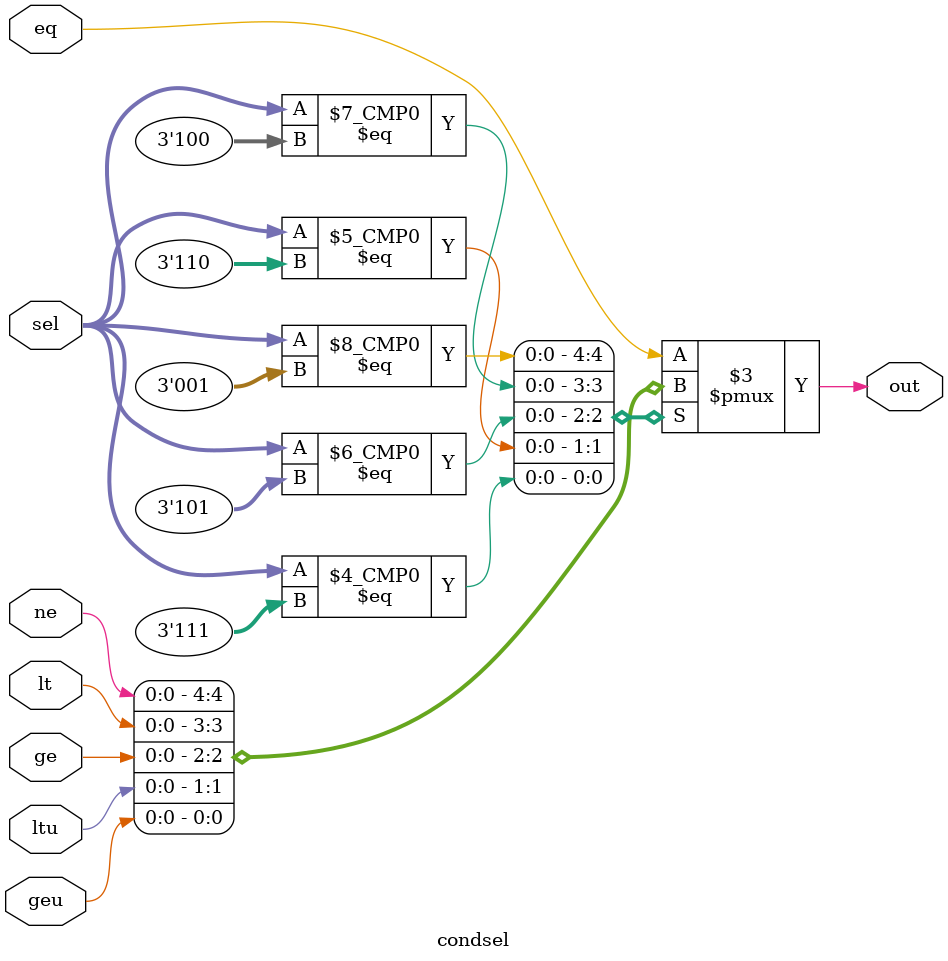
<source format=v>
module condsel(
	eq,
	ne,
	lt,
	ge,
	ltu,
	geu,
	sel,
	out
);
//input
input wire [2:0] sel;
input wire eq;
input wire ne;
input wire lt;
input wire ge;
input wire ltu;
input wire geu;

//out
output reg out;

always @* begin
	case(sel)
		3'b000: //beq
			begin
			out = eq;
			end
		3'b001: //bne
			begin
			out = ne;	
			end
		3'b100: //blt
			begin
			out = lt; 
			end
		3'b101: //bge
			begin
			out = ge;
			end
		3'b110: //bltu
			begin
			out = ltu;
			end	
		3'b111: //bgeu
			begin
			out = geu;
			end
		default:
			begin
			out = eq;
			end
	endcase
end
endmodule

</source>
